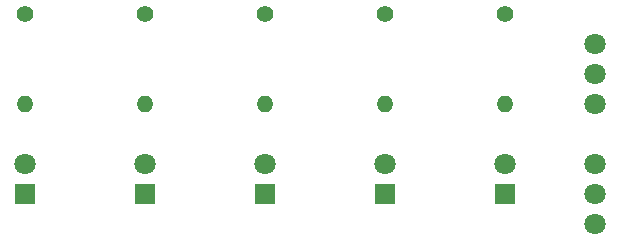
<source format=gbr>
%TF.GenerationSoftware,KiCad,Pcbnew,7.0.9*%
%TF.CreationDate,2024-08-10T11:55:06+09:00*%
%TF.ProjectId,LEDboard,4c454462-6f61-4726-942e-6b696361645f,rev?*%
%TF.SameCoordinates,Original*%
%TF.FileFunction,Soldermask,Bot*%
%TF.FilePolarity,Negative*%
%FSLAX46Y46*%
G04 Gerber Fmt 4.6, Leading zero omitted, Abs format (unit mm)*
G04 Created by KiCad (PCBNEW 7.0.9) date 2024-08-10 11:55:06*
%MOMM*%
%LPD*%
G01*
G04 APERTURE LIST*
%ADD10C,1.400000*%
%ADD11O,1.400000X1.400000*%
%ADD12C,1.800000*%
%ADD13R,1.800000X1.800000*%
G04 APERTURE END LIST*
D10*
%TO.C,R5*%
X158050000Y-87570000D03*
D11*
X158050000Y-95190000D03*
%TD*%
D10*
%TO.C,R4*%
X147890000Y-87570000D03*
D11*
X147890000Y-95190000D03*
%TD*%
D10*
%TO.C,R3*%
X137730000Y-87570000D03*
D11*
X137730000Y-95190000D03*
%TD*%
D10*
%TO.C,R2*%
X127570000Y-87570000D03*
D11*
X127570000Y-95190000D03*
%TD*%
D10*
%TO.C,R1*%
X117410000Y-87570000D03*
D11*
X117410000Y-95190000D03*
%TD*%
D12*
%TO.C,J2*%
X165670000Y-100270000D03*
X165670000Y-102810000D03*
X165670000Y-105350000D03*
%TD*%
%TO.C,J1*%
X165670000Y-90110000D03*
X165670000Y-92650000D03*
X165670000Y-95190000D03*
%TD*%
D13*
%TO.C,D5*%
X158050000Y-102810000D03*
D12*
X158050000Y-100270000D03*
%TD*%
D13*
%TO.C,D4*%
X147890000Y-102810000D03*
D12*
X147890000Y-100270000D03*
%TD*%
D13*
%TO.C,D3*%
X137730000Y-102810000D03*
D12*
X137730000Y-100270000D03*
%TD*%
D13*
%TO.C,D2*%
X127570000Y-102810000D03*
D12*
X127570000Y-100270000D03*
%TD*%
%TO.C,D1*%
X117410000Y-100270000D03*
D13*
X117410000Y-102810000D03*
%TD*%
M02*

</source>
